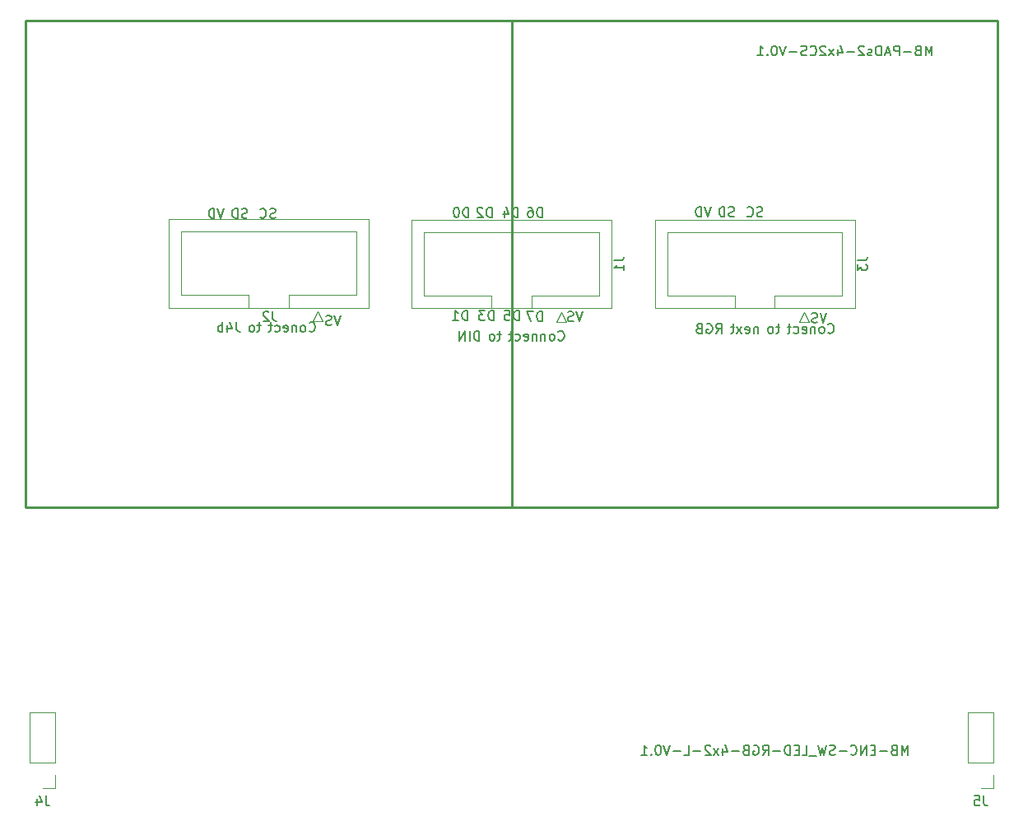
<source format=gbr>
G04 #@! TF.GenerationSoftware,KiCad,Pcbnew,(7.0.0)*
G04 #@! TF.CreationDate,2023-05-19T01:57:06+02:00*
G04 #@! TF.ProjectId,Pad,5061642e-6b69-4636-9164-5f7063625858,rev?*
G04 #@! TF.SameCoordinates,Original*
G04 #@! TF.FileFunction,Legend,Bot*
G04 #@! TF.FilePolarity,Positive*
%FSLAX46Y46*%
G04 Gerber Fmt 4.6, Leading zero omitted, Abs format (unit mm)*
G04 Created by KiCad (PCBNEW (7.0.0)) date 2023-05-19 01:57:06*
%MOMM*%
%LPD*%
G01*
G04 APERTURE LIST*
%ADD10C,0.150000*%
%ADD11C,0.120000*%
%ADD12C,0.254000*%
G04 APERTURE END LIST*
D10*
X151790475Y-262467380D02*
X151790475Y-261467380D01*
X151790475Y-261467380D02*
X151457142Y-262181666D01*
X151457142Y-262181666D02*
X151123809Y-261467380D01*
X151123809Y-261467380D02*
X151123809Y-262467380D01*
X150314285Y-261943571D02*
X150171428Y-261991190D01*
X150171428Y-261991190D02*
X150123809Y-262038809D01*
X150123809Y-262038809D02*
X150076190Y-262134047D01*
X150076190Y-262134047D02*
X150076190Y-262276904D01*
X150076190Y-262276904D02*
X150123809Y-262372142D01*
X150123809Y-262372142D02*
X150171428Y-262419761D01*
X150171428Y-262419761D02*
X150266666Y-262467380D01*
X150266666Y-262467380D02*
X150647618Y-262467380D01*
X150647618Y-262467380D02*
X150647618Y-261467380D01*
X150647618Y-261467380D02*
X150314285Y-261467380D01*
X150314285Y-261467380D02*
X150219047Y-261515000D01*
X150219047Y-261515000D02*
X150171428Y-261562619D01*
X150171428Y-261562619D02*
X150123809Y-261657857D01*
X150123809Y-261657857D02*
X150123809Y-261753095D01*
X150123809Y-261753095D02*
X150171428Y-261848333D01*
X150171428Y-261848333D02*
X150219047Y-261895952D01*
X150219047Y-261895952D02*
X150314285Y-261943571D01*
X150314285Y-261943571D02*
X150647618Y-261943571D01*
X149647618Y-262086428D02*
X148885714Y-262086428D01*
X148409523Y-261943571D02*
X148076190Y-261943571D01*
X147933333Y-262467380D02*
X148409523Y-262467380D01*
X148409523Y-262467380D02*
X148409523Y-261467380D01*
X148409523Y-261467380D02*
X147933333Y-261467380D01*
X147504761Y-262467380D02*
X147504761Y-261467380D01*
X147504761Y-261467380D02*
X146933333Y-262467380D01*
X146933333Y-262467380D02*
X146933333Y-261467380D01*
X145885714Y-262372142D02*
X145933333Y-262419761D01*
X145933333Y-262419761D02*
X146076190Y-262467380D01*
X146076190Y-262467380D02*
X146171428Y-262467380D01*
X146171428Y-262467380D02*
X146314285Y-262419761D01*
X146314285Y-262419761D02*
X146409523Y-262324523D01*
X146409523Y-262324523D02*
X146457142Y-262229285D01*
X146457142Y-262229285D02*
X146504761Y-262038809D01*
X146504761Y-262038809D02*
X146504761Y-261895952D01*
X146504761Y-261895952D02*
X146457142Y-261705476D01*
X146457142Y-261705476D02*
X146409523Y-261610238D01*
X146409523Y-261610238D02*
X146314285Y-261515000D01*
X146314285Y-261515000D02*
X146171428Y-261467380D01*
X146171428Y-261467380D02*
X146076190Y-261467380D01*
X146076190Y-261467380D02*
X145933333Y-261515000D01*
X145933333Y-261515000D02*
X145885714Y-261562619D01*
X145457142Y-262086428D02*
X144695238Y-262086428D01*
X144266666Y-262419761D02*
X144123809Y-262467380D01*
X144123809Y-262467380D02*
X143885714Y-262467380D01*
X143885714Y-262467380D02*
X143790476Y-262419761D01*
X143790476Y-262419761D02*
X143742857Y-262372142D01*
X143742857Y-262372142D02*
X143695238Y-262276904D01*
X143695238Y-262276904D02*
X143695238Y-262181666D01*
X143695238Y-262181666D02*
X143742857Y-262086428D01*
X143742857Y-262086428D02*
X143790476Y-262038809D01*
X143790476Y-262038809D02*
X143885714Y-261991190D01*
X143885714Y-261991190D02*
X144076190Y-261943571D01*
X144076190Y-261943571D02*
X144171428Y-261895952D01*
X144171428Y-261895952D02*
X144219047Y-261848333D01*
X144219047Y-261848333D02*
X144266666Y-261753095D01*
X144266666Y-261753095D02*
X144266666Y-261657857D01*
X144266666Y-261657857D02*
X144219047Y-261562619D01*
X144219047Y-261562619D02*
X144171428Y-261515000D01*
X144171428Y-261515000D02*
X144076190Y-261467380D01*
X144076190Y-261467380D02*
X143838095Y-261467380D01*
X143838095Y-261467380D02*
X143695238Y-261515000D01*
X143361904Y-261467380D02*
X143123809Y-262467380D01*
X143123809Y-262467380D02*
X142933333Y-261753095D01*
X142933333Y-261753095D02*
X142742857Y-262467380D01*
X142742857Y-262467380D02*
X142504762Y-261467380D01*
X142361905Y-262562619D02*
X141600000Y-262562619D01*
X140885714Y-262467380D02*
X141361904Y-262467380D01*
X141361904Y-262467380D02*
X141361904Y-261467380D01*
X140552380Y-261943571D02*
X140219047Y-261943571D01*
X140076190Y-262467380D02*
X140552380Y-262467380D01*
X140552380Y-262467380D02*
X140552380Y-261467380D01*
X140552380Y-261467380D02*
X140076190Y-261467380D01*
X139647618Y-262467380D02*
X139647618Y-261467380D01*
X139647618Y-261467380D02*
X139409523Y-261467380D01*
X139409523Y-261467380D02*
X139266666Y-261515000D01*
X139266666Y-261515000D02*
X139171428Y-261610238D01*
X139171428Y-261610238D02*
X139123809Y-261705476D01*
X139123809Y-261705476D02*
X139076190Y-261895952D01*
X139076190Y-261895952D02*
X139076190Y-262038809D01*
X139076190Y-262038809D02*
X139123809Y-262229285D01*
X139123809Y-262229285D02*
X139171428Y-262324523D01*
X139171428Y-262324523D02*
X139266666Y-262419761D01*
X139266666Y-262419761D02*
X139409523Y-262467380D01*
X139409523Y-262467380D02*
X139647618Y-262467380D01*
X138647618Y-262086428D02*
X137885714Y-262086428D01*
X136838095Y-262467380D02*
X137171428Y-261991190D01*
X137409523Y-262467380D02*
X137409523Y-261467380D01*
X137409523Y-261467380D02*
X137028571Y-261467380D01*
X137028571Y-261467380D02*
X136933333Y-261515000D01*
X136933333Y-261515000D02*
X136885714Y-261562619D01*
X136885714Y-261562619D02*
X136838095Y-261657857D01*
X136838095Y-261657857D02*
X136838095Y-261800714D01*
X136838095Y-261800714D02*
X136885714Y-261895952D01*
X136885714Y-261895952D02*
X136933333Y-261943571D01*
X136933333Y-261943571D02*
X137028571Y-261991190D01*
X137028571Y-261991190D02*
X137409523Y-261991190D01*
X135885714Y-261515000D02*
X135980952Y-261467380D01*
X135980952Y-261467380D02*
X136123809Y-261467380D01*
X136123809Y-261467380D02*
X136266666Y-261515000D01*
X136266666Y-261515000D02*
X136361904Y-261610238D01*
X136361904Y-261610238D02*
X136409523Y-261705476D01*
X136409523Y-261705476D02*
X136457142Y-261895952D01*
X136457142Y-261895952D02*
X136457142Y-262038809D01*
X136457142Y-262038809D02*
X136409523Y-262229285D01*
X136409523Y-262229285D02*
X136361904Y-262324523D01*
X136361904Y-262324523D02*
X136266666Y-262419761D01*
X136266666Y-262419761D02*
X136123809Y-262467380D01*
X136123809Y-262467380D02*
X136028571Y-262467380D01*
X136028571Y-262467380D02*
X135885714Y-262419761D01*
X135885714Y-262419761D02*
X135838095Y-262372142D01*
X135838095Y-262372142D02*
X135838095Y-262038809D01*
X135838095Y-262038809D02*
X136028571Y-262038809D01*
X135076190Y-261943571D02*
X134933333Y-261991190D01*
X134933333Y-261991190D02*
X134885714Y-262038809D01*
X134885714Y-262038809D02*
X134838095Y-262134047D01*
X134838095Y-262134047D02*
X134838095Y-262276904D01*
X134838095Y-262276904D02*
X134885714Y-262372142D01*
X134885714Y-262372142D02*
X134933333Y-262419761D01*
X134933333Y-262419761D02*
X135028571Y-262467380D01*
X135028571Y-262467380D02*
X135409523Y-262467380D01*
X135409523Y-262467380D02*
X135409523Y-261467380D01*
X135409523Y-261467380D02*
X135076190Y-261467380D01*
X135076190Y-261467380D02*
X134980952Y-261515000D01*
X134980952Y-261515000D02*
X134933333Y-261562619D01*
X134933333Y-261562619D02*
X134885714Y-261657857D01*
X134885714Y-261657857D02*
X134885714Y-261753095D01*
X134885714Y-261753095D02*
X134933333Y-261848333D01*
X134933333Y-261848333D02*
X134980952Y-261895952D01*
X134980952Y-261895952D02*
X135076190Y-261943571D01*
X135076190Y-261943571D02*
X135409523Y-261943571D01*
X134409523Y-262086428D02*
X133647619Y-262086428D01*
X132742857Y-261800714D02*
X132742857Y-262467380D01*
X132980952Y-261419761D02*
X133219047Y-262134047D01*
X133219047Y-262134047D02*
X132600000Y-262134047D01*
X132314285Y-262467380D02*
X131790476Y-261800714D01*
X132314285Y-261800714D02*
X131790476Y-262467380D01*
X131457142Y-261562619D02*
X131409523Y-261515000D01*
X131409523Y-261515000D02*
X131314285Y-261467380D01*
X131314285Y-261467380D02*
X131076190Y-261467380D01*
X131076190Y-261467380D02*
X130980952Y-261515000D01*
X130980952Y-261515000D02*
X130933333Y-261562619D01*
X130933333Y-261562619D02*
X130885714Y-261657857D01*
X130885714Y-261657857D02*
X130885714Y-261753095D01*
X130885714Y-261753095D02*
X130933333Y-261895952D01*
X130933333Y-261895952D02*
X131504761Y-262467380D01*
X131504761Y-262467380D02*
X130885714Y-262467380D01*
X130457142Y-262086428D02*
X129695238Y-262086428D01*
X128742857Y-262467380D02*
X129219047Y-262467380D01*
X129219047Y-262467380D02*
X129219047Y-261467380D01*
X128409523Y-262086428D02*
X127647619Y-262086428D01*
X127314285Y-261467380D02*
X126980952Y-262467380D01*
X126980952Y-262467380D02*
X126647619Y-261467380D01*
X126123809Y-261467380D02*
X126028571Y-261467380D01*
X126028571Y-261467380D02*
X125933333Y-261515000D01*
X125933333Y-261515000D02*
X125885714Y-261562619D01*
X125885714Y-261562619D02*
X125838095Y-261657857D01*
X125838095Y-261657857D02*
X125790476Y-261848333D01*
X125790476Y-261848333D02*
X125790476Y-262086428D01*
X125790476Y-262086428D02*
X125838095Y-262276904D01*
X125838095Y-262276904D02*
X125885714Y-262372142D01*
X125885714Y-262372142D02*
X125933333Y-262419761D01*
X125933333Y-262419761D02*
X126028571Y-262467380D01*
X126028571Y-262467380D02*
X126123809Y-262467380D01*
X126123809Y-262467380D02*
X126219047Y-262419761D01*
X126219047Y-262419761D02*
X126266666Y-262372142D01*
X126266666Y-262372142D02*
X126314285Y-262276904D01*
X126314285Y-262276904D02*
X126361904Y-262086428D01*
X126361904Y-262086428D02*
X126361904Y-261848333D01*
X126361904Y-261848333D02*
X126314285Y-261657857D01*
X126314285Y-261657857D02*
X126266666Y-261562619D01*
X126266666Y-261562619D02*
X126219047Y-261515000D01*
X126219047Y-261515000D02*
X126123809Y-261467380D01*
X125361904Y-262372142D02*
X125314285Y-262419761D01*
X125314285Y-262419761D02*
X125361904Y-262467380D01*
X125361904Y-262467380D02*
X125409523Y-262419761D01*
X125409523Y-262419761D02*
X125361904Y-262372142D01*
X125361904Y-262372142D02*
X125361904Y-262467380D01*
X124361905Y-262467380D02*
X124933333Y-262467380D01*
X124647619Y-262467380D02*
X124647619Y-261467380D01*
X124647619Y-261467380D02*
X124742857Y-261610238D01*
X124742857Y-261610238D02*
X124838095Y-261705476D01*
X124838095Y-261705476D02*
X124933333Y-261753095D01*
X114161904Y-207182380D02*
X114161904Y-206182380D01*
X114161904Y-206182380D02*
X113923809Y-206182380D01*
X113923809Y-206182380D02*
X113780952Y-206230000D01*
X113780952Y-206230000D02*
X113685714Y-206325238D01*
X113685714Y-206325238D02*
X113638095Y-206420476D01*
X113638095Y-206420476D02*
X113590476Y-206610952D01*
X113590476Y-206610952D02*
X113590476Y-206753809D01*
X113590476Y-206753809D02*
X113638095Y-206944285D01*
X113638095Y-206944285D02*
X113685714Y-207039523D01*
X113685714Y-207039523D02*
X113780952Y-207134761D01*
X113780952Y-207134761D02*
X113923809Y-207182380D01*
X113923809Y-207182380D02*
X114161904Y-207182380D01*
X112733333Y-206182380D02*
X112923809Y-206182380D01*
X112923809Y-206182380D02*
X113019047Y-206230000D01*
X113019047Y-206230000D02*
X113066666Y-206277619D01*
X113066666Y-206277619D02*
X113161904Y-206420476D01*
X113161904Y-206420476D02*
X113209523Y-206610952D01*
X113209523Y-206610952D02*
X113209523Y-206991904D01*
X113209523Y-206991904D02*
X113161904Y-207087142D01*
X113161904Y-207087142D02*
X113114285Y-207134761D01*
X113114285Y-207134761D02*
X113019047Y-207182380D01*
X113019047Y-207182380D02*
X112828571Y-207182380D01*
X112828571Y-207182380D02*
X112733333Y-207134761D01*
X112733333Y-207134761D02*
X112685714Y-207087142D01*
X112685714Y-207087142D02*
X112638095Y-206991904D01*
X112638095Y-206991904D02*
X112638095Y-206753809D01*
X112638095Y-206753809D02*
X112685714Y-206658571D01*
X112685714Y-206658571D02*
X112733333Y-206610952D01*
X112733333Y-206610952D02*
X112828571Y-206563333D01*
X112828571Y-206563333D02*
X113019047Y-206563333D01*
X113019047Y-206563333D02*
X113114285Y-206610952D01*
X113114285Y-206610952D02*
X113161904Y-206658571D01*
X113161904Y-206658571D02*
X113209523Y-206753809D01*
X118304761Y-216882380D02*
X117971428Y-217882380D01*
X117971428Y-217882380D02*
X117638095Y-216882380D01*
X117352380Y-217834761D02*
X117209523Y-217882380D01*
X117209523Y-217882380D02*
X116971428Y-217882380D01*
X116971428Y-217882380D02*
X116876190Y-217834761D01*
X116876190Y-217834761D02*
X116828571Y-217787142D01*
X116828571Y-217787142D02*
X116780952Y-217691904D01*
X116780952Y-217691904D02*
X116780952Y-217596666D01*
X116780952Y-217596666D02*
X116828571Y-217501428D01*
X116828571Y-217501428D02*
X116876190Y-217453809D01*
X116876190Y-217453809D02*
X116971428Y-217406190D01*
X116971428Y-217406190D02*
X117161904Y-217358571D01*
X117161904Y-217358571D02*
X117257142Y-217310952D01*
X117257142Y-217310952D02*
X117304761Y-217263333D01*
X117304761Y-217263333D02*
X117352380Y-217168095D01*
X117352380Y-217168095D02*
X117352380Y-217072857D01*
X117352380Y-217072857D02*
X117304761Y-216977619D01*
X117304761Y-216977619D02*
X117257142Y-216930000D01*
X117257142Y-216930000D02*
X117161904Y-216882380D01*
X117161904Y-216882380D02*
X116923809Y-216882380D01*
X116923809Y-216882380D02*
X116780952Y-216930000D01*
X111661904Y-207182380D02*
X111661904Y-206182380D01*
X111661904Y-206182380D02*
X111423809Y-206182380D01*
X111423809Y-206182380D02*
X111280952Y-206230000D01*
X111280952Y-206230000D02*
X111185714Y-206325238D01*
X111185714Y-206325238D02*
X111138095Y-206420476D01*
X111138095Y-206420476D02*
X111090476Y-206610952D01*
X111090476Y-206610952D02*
X111090476Y-206753809D01*
X111090476Y-206753809D02*
X111138095Y-206944285D01*
X111138095Y-206944285D02*
X111185714Y-207039523D01*
X111185714Y-207039523D02*
X111280952Y-207134761D01*
X111280952Y-207134761D02*
X111423809Y-207182380D01*
X111423809Y-207182380D02*
X111661904Y-207182380D01*
X110233333Y-206515714D02*
X110233333Y-207182380D01*
X110471428Y-206134761D02*
X110709523Y-206849047D01*
X110709523Y-206849047D02*
X110090476Y-206849047D01*
X81404761Y-206282380D02*
X81071428Y-207282380D01*
X81071428Y-207282380D02*
X80738095Y-206282380D01*
X80404761Y-207282380D02*
X80404761Y-206282380D01*
X80404761Y-206282380D02*
X80166666Y-206282380D01*
X80166666Y-206282380D02*
X80023809Y-206330000D01*
X80023809Y-206330000D02*
X79928571Y-206425238D01*
X79928571Y-206425238D02*
X79880952Y-206520476D01*
X79880952Y-206520476D02*
X79833333Y-206710952D01*
X79833333Y-206710952D02*
X79833333Y-206853809D01*
X79833333Y-206853809D02*
X79880952Y-207044285D01*
X79880952Y-207044285D02*
X79928571Y-207139523D01*
X79928571Y-207139523D02*
X80023809Y-207234761D01*
X80023809Y-207234761D02*
X80166666Y-207282380D01*
X80166666Y-207282380D02*
X80404761Y-207282380D01*
X106561904Y-207182380D02*
X106561904Y-206182380D01*
X106561904Y-206182380D02*
X106323809Y-206182380D01*
X106323809Y-206182380D02*
X106180952Y-206230000D01*
X106180952Y-206230000D02*
X106085714Y-206325238D01*
X106085714Y-206325238D02*
X106038095Y-206420476D01*
X106038095Y-206420476D02*
X105990476Y-206610952D01*
X105990476Y-206610952D02*
X105990476Y-206753809D01*
X105990476Y-206753809D02*
X106038095Y-206944285D01*
X106038095Y-206944285D02*
X106085714Y-207039523D01*
X106085714Y-207039523D02*
X106180952Y-207134761D01*
X106180952Y-207134761D02*
X106323809Y-207182380D01*
X106323809Y-207182380D02*
X106561904Y-207182380D01*
X105371428Y-206182380D02*
X105276190Y-206182380D01*
X105276190Y-206182380D02*
X105180952Y-206230000D01*
X105180952Y-206230000D02*
X105133333Y-206277619D01*
X105133333Y-206277619D02*
X105085714Y-206372857D01*
X105085714Y-206372857D02*
X105038095Y-206563333D01*
X105038095Y-206563333D02*
X105038095Y-206801428D01*
X105038095Y-206801428D02*
X105085714Y-206991904D01*
X105085714Y-206991904D02*
X105133333Y-207087142D01*
X105133333Y-207087142D02*
X105180952Y-207134761D01*
X105180952Y-207134761D02*
X105276190Y-207182380D01*
X105276190Y-207182380D02*
X105371428Y-207182380D01*
X105371428Y-207182380D02*
X105466666Y-207134761D01*
X105466666Y-207134761D02*
X105514285Y-207087142D01*
X105514285Y-207087142D02*
X105561904Y-206991904D01*
X105561904Y-206991904D02*
X105609523Y-206801428D01*
X105609523Y-206801428D02*
X105609523Y-206563333D01*
X105609523Y-206563333D02*
X105561904Y-206372857D01*
X105561904Y-206372857D02*
X105514285Y-206277619D01*
X105514285Y-206277619D02*
X105466666Y-206230000D01*
X105466666Y-206230000D02*
X105371428Y-206182380D01*
X143404761Y-217034880D02*
X143071428Y-218034880D01*
X143071428Y-218034880D02*
X142738095Y-217034880D01*
X142452380Y-217987261D02*
X142309523Y-218034880D01*
X142309523Y-218034880D02*
X142071428Y-218034880D01*
X142071428Y-218034880D02*
X141976190Y-217987261D01*
X141976190Y-217987261D02*
X141928571Y-217939642D01*
X141928571Y-217939642D02*
X141880952Y-217844404D01*
X141880952Y-217844404D02*
X141880952Y-217749166D01*
X141880952Y-217749166D02*
X141928571Y-217653928D01*
X141928571Y-217653928D02*
X141976190Y-217606309D01*
X141976190Y-217606309D02*
X142071428Y-217558690D01*
X142071428Y-217558690D02*
X142261904Y-217511071D01*
X142261904Y-217511071D02*
X142357142Y-217463452D01*
X142357142Y-217463452D02*
X142404761Y-217415833D01*
X142404761Y-217415833D02*
X142452380Y-217320595D01*
X142452380Y-217320595D02*
X142452380Y-217225357D01*
X142452380Y-217225357D02*
X142404761Y-217130119D01*
X142404761Y-217130119D02*
X142357142Y-217082500D01*
X142357142Y-217082500D02*
X142261904Y-217034880D01*
X142261904Y-217034880D02*
X142023809Y-217034880D01*
X142023809Y-217034880D02*
X141880952Y-217082500D01*
X106461904Y-217782380D02*
X106461904Y-216782380D01*
X106461904Y-216782380D02*
X106223809Y-216782380D01*
X106223809Y-216782380D02*
X106080952Y-216830000D01*
X106080952Y-216830000D02*
X105985714Y-216925238D01*
X105985714Y-216925238D02*
X105938095Y-217020476D01*
X105938095Y-217020476D02*
X105890476Y-217210952D01*
X105890476Y-217210952D02*
X105890476Y-217353809D01*
X105890476Y-217353809D02*
X105938095Y-217544285D01*
X105938095Y-217544285D02*
X105985714Y-217639523D01*
X105985714Y-217639523D02*
X106080952Y-217734761D01*
X106080952Y-217734761D02*
X106223809Y-217782380D01*
X106223809Y-217782380D02*
X106461904Y-217782380D01*
X104938095Y-217782380D02*
X105509523Y-217782380D01*
X105223809Y-217782380D02*
X105223809Y-216782380D01*
X105223809Y-216782380D02*
X105319047Y-216925238D01*
X105319047Y-216925238D02*
X105414285Y-217020476D01*
X105414285Y-217020476D02*
X105509523Y-217068095D01*
X108961904Y-207182380D02*
X108961904Y-206182380D01*
X108961904Y-206182380D02*
X108723809Y-206182380D01*
X108723809Y-206182380D02*
X108580952Y-206230000D01*
X108580952Y-206230000D02*
X108485714Y-206325238D01*
X108485714Y-206325238D02*
X108438095Y-206420476D01*
X108438095Y-206420476D02*
X108390476Y-206610952D01*
X108390476Y-206610952D02*
X108390476Y-206753809D01*
X108390476Y-206753809D02*
X108438095Y-206944285D01*
X108438095Y-206944285D02*
X108485714Y-207039523D01*
X108485714Y-207039523D02*
X108580952Y-207134761D01*
X108580952Y-207134761D02*
X108723809Y-207182380D01*
X108723809Y-207182380D02*
X108961904Y-207182380D01*
X108009523Y-206277619D02*
X107961904Y-206230000D01*
X107961904Y-206230000D02*
X107866666Y-206182380D01*
X107866666Y-206182380D02*
X107628571Y-206182380D01*
X107628571Y-206182380D02*
X107533333Y-206230000D01*
X107533333Y-206230000D02*
X107485714Y-206277619D01*
X107485714Y-206277619D02*
X107438095Y-206372857D01*
X107438095Y-206372857D02*
X107438095Y-206468095D01*
X107438095Y-206468095D02*
X107485714Y-206610952D01*
X107485714Y-206610952D02*
X108057142Y-207182380D01*
X108057142Y-207182380D02*
X107438095Y-207182380D01*
X86709523Y-207234761D02*
X86566666Y-207282380D01*
X86566666Y-207282380D02*
X86328571Y-207282380D01*
X86328571Y-207282380D02*
X86233333Y-207234761D01*
X86233333Y-207234761D02*
X86185714Y-207187142D01*
X86185714Y-207187142D02*
X86138095Y-207091904D01*
X86138095Y-207091904D02*
X86138095Y-206996666D01*
X86138095Y-206996666D02*
X86185714Y-206901428D01*
X86185714Y-206901428D02*
X86233333Y-206853809D01*
X86233333Y-206853809D02*
X86328571Y-206806190D01*
X86328571Y-206806190D02*
X86519047Y-206758571D01*
X86519047Y-206758571D02*
X86614285Y-206710952D01*
X86614285Y-206710952D02*
X86661904Y-206663333D01*
X86661904Y-206663333D02*
X86709523Y-206568095D01*
X86709523Y-206568095D02*
X86709523Y-206472857D01*
X86709523Y-206472857D02*
X86661904Y-206377619D01*
X86661904Y-206377619D02*
X86614285Y-206330000D01*
X86614285Y-206330000D02*
X86519047Y-206282380D01*
X86519047Y-206282380D02*
X86280952Y-206282380D01*
X86280952Y-206282380D02*
X86138095Y-206330000D01*
X85138095Y-207187142D02*
X85185714Y-207234761D01*
X85185714Y-207234761D02*
X85328571Y-207282380D01*
X85328571Y-207282380D02*
X85423809Y-207282380D01*
X85423809Y-207282380D02*
X85566666Y-207234761D01*
X85566666Y-207234761D02*
X85661904Y-207139523D01*
X85661904Y-207139523D02*
X85709523Y-207044285D01*
X85709523Y-207044285D02*
X85757142Y-206853809D01*
X85757142Y-206853809D02*
X85757142Y-206710952D01*
X85757142Y-206710952D02*
X85709523Y-206520476D01*
X85709523Y-206520476D02*
X85661904Y-206425238D01*
X85661904Y-206425238D02*
X85566666Y-206330000D01*
X85566666Y-206330000D02*
X85423809Y-206282380D01*
X85423809Y-206282380D02*
X85328571Y-206282380D01*
X85328571Y-206282380D02*
X85185714Y-206330000D01*
X85185714Y-206330000D02*
X85138095Y-206377619D01*
X109161904Y-217782380D02*
X109161904Y-216782380D01*
X109161904Y-216782380D02*
X108923809Y-216782380D01*
X108923809Y-216782380D02*
X108780952Y-216830000D01*
X108780952Y-216830000D02*
X108685714Y-216925238D01*
X108685714Y-216925238D02*
X108638095Y-217020476D01*
X108638095Y-217020476D02*
X108590476Y-217210952D01*
X108590476Y-217210952D02*
X108590476Y-217353809D01*
X108590476Y-217353809D02*
X108638095Y-217544285D01*
X108638095Y-217544285D02*
X108685714Y-217639523D01*
X108685714Y-217639523D02*
X108780952Y-217734761D01*
X108780952Y-217734761D02*
X108923809Y-217782380D01*
X108923809Y-217782380D02*
X109161904Y-217782380D01*
X108257142Y-216782380D02*
X107638095Y-216782380D01*
X107638095Y-216782380D02*
X107971428Y-217163333D01*
X107971428Y-217163333D02*
X107828571Y-217163333D01*
X107828571Y-217163333D02*
X107733333Y-217210952D01*
X107733333Y-217210952D02*
X107685714Y-217258571D01*
X107685714Y-217258571D02*
X107638095Y-217353809D01*
X107638095Y-217353809D02*
X107638095Y-217591904D01*
X107638095Y-217591904D02*
X107685714Y-217687142D01*
X107685714Y-217687142D02*
X107733333Y-217734761D01*
X107733333Y-217734761D02*
X107828571Y-217782380D01*
X107828571Y-217782380D02*
X108114285Y-217782380D01*
X108114285Y-217782380D02*
X108209523Y-217734761D01*
X108209523Y-217734761D02*
X108257142Y-217687142D01*
X154252380Y-190567380D02*
X154252380Y-189567380D01*
X154252380Y-189567380D02*
X153919047Y-190281666D01*
X153919047Y-190281666D02*
X153585714Y-189567380D01*
X153585714Y-189567380D02*
X153585714Y-190567380D01*
X152776190Y-190043571D02*
X152633333Y-190091190D01*
X152633333Y-190091190D02*
X152585714Y-190138809D01*
X152585714Y-190138809D02*
X152538095Y-190234047D01*
X152538095Y-190234047D02*
X152538095Y-190376904D01*
X152538095Y-190376904D02*
X152585714Y-190472142D01*
X152585714Y-190472142D02*
X152633333Y-190519761D01*
X152633333Y-190519761D02*
X152728571Y-190567380D01*
X152728571Y-190567380D02*
X153109523Y-190567380D01*
X153109523Y-190567380D02*
X153109523Y-189567380D01*
X153109523Y-189567380D02*
X152776190Y-189567380D01*
X152776190Y-189567380D02*
X152680952Y-189615000D01*
X152680952Y-189615000D02*
X152633333Y-189662619D01*
X152633333Y-189662619D02*
X152585714Y-189757857D01*
X152585714Y-189757857D02*
X152585714Y-189853095D01*
X152585714Y-189853095D02*
X152633333Y-189948333D01*
X152633333Y-189948333D02*
X152680952Y-189995952D01*
X152680952Y-189995952D02*
X152776190Y-190043571D01*
X152776190Y-190043571D02*
X153109523Y-190043571D01*
X152109523Y-190186428D02*
X151347619Y-190186428D01*
X150871428Y-190567380D02*
X150871428Y-189567380D01*
X150871428Y-189567380D02*
X150490476Y-189567380D01*
X150490476Y-189567380D02*
X150395238Y-189615000D01*
X150395238Y-189615000D02*
X150347619Y-189662619D01*
X150347619Y-189662619D02*
X150300000Y-189757857D01*
X150300000Y-189757857D02*
X150300000Y-189900714D01*
X150300000Y-189900714D02*
X150347619Y-189995952D01*
X150347619Y-189995952D02*
X150395238Y-190043571D01*
X150395238Y-190043571D02*
X150490476Y-190091190D01*
X150490476Y-190091190D02*
X150871428Y-190091190D01*
X149919047Y-190281666D02*
X149442857Y-190281666D01*
X150014285Y-190567380D02*
X149680952Y-189567380D01*
X149680952Y-189567380D02*
X149347619Y-190567380D01*
X149014285Y-190567380D02*
X149014285Y-189567380D01*
X149014285Y-189567380D02*
X148776190Y-189567380D01*
X148776190Y-189567380D02*
X148633333Y-189615000D01*
X148633333Y-189615000D02*
X148538095Y-189710238D01*
X148538095Y-189710238D02*
X148490476Y-189805476D01*
X148490476Y-189805476D02*
X148442857Y-189995952D01*
X148442857Y-189995952D02*
X148442857Y-190138809D01*
X148442857Y-190138809D02*
X148490476Y-190329285D01*
X148490476Y-190329285D02*
X148538095Y-190424523D01*
X148538095Y-190424523D02*
X148633333Y-190519761D01*
X148633333Y-190519761D02*
X148776190Y-190567380D01*
X148776190Y-190567380D02*
X149014285Y-190567380D01*
X148061904Y-190519761D02*
X147966666Y-190567380D01*
X147966666Y-190567380D02*
X147776190Y-190567380D01*
X147776190Y-190567380D02*
X147680952Y-190519761D01*
X147680952Y-190519761D02*
X147633333Y-190424523D01*
X147633333Y-190424523D02*
X147633333Y-190376904D01*
X147633333Y-190376904D02*
X147680952Y-190281666D01*
X147680952Y-190281666D02*
X147776190Y-190234047D01*
X147776190Y-190234047D02*
X147919047Y-190234047D01*
X147919047Y-190234047D02*
X148014285Y-190186428D01*
X148014285Y-190186428D02*
X148061904Y-190091190D01*
X148061904Y-190091190D02*
X148061904Y-190043571D01*
X148061904Y-190043571D02*
X148014285Y-189948333D01*
X148014285Y-189948333D02*
X147919047Y-189900714D01*
X147919047Y-189900714D02*
X147776190Y-189900714D01*
X147776190Y-189900714D02*
X147680952Y-189948333D01*
X147252380Y-189662619D02*
X147204761Y-189615000D01*
X147204761Y-189615000D02*
X147109523Y-189567380D01*
X147109523Y-189567380D02*
X146871428Y-189567380D01*
X146871428Y-189567380D02*
X146776190Y-189615000D01*
X146776190Y-189615000D02*
X146728571Y-189662619D01*
X146728571Y-189662619D02*
X146680952Y-189757857D01*
X146680952Y-189757857D02*
X146680952Y-189853095D01*
X146680952Y-189853095D02*
X146728571Y-189995952D01*
X146728571Y-189995952D02*
X147299999Y-190567380D01*
X147299999Y-190567380D02*
X146680952Y-190567380D01*
X146252380Y-190186428D02*
X145490476Y-190186428D01*
X144585714Y-189900714D02*
X144585714Y-190567380D01*
X144823809Y-189519761D02*
X145061904Y-190234047D01*
X145061904Y-190234047D02*
X144442857Y-190234047D01*
X144157142Y-190567380D02*
X143633333Y-189900714D01*
X144157142Y-189900714D02*
X143633333Y-190567380D01*
X143299999Y-189662619D02*
X143252380Y-189615000D01*
X143252380Y-189615000D02*
X143157142Y-189567380D01*
X143157142Y-189567380D02*
X142919047Y-189567380D01*
X142919047Y-189567380D02*
X142823809Y-189615000D01*
X142823809Y-189615000D02*
X142776190Y-189662619D01*
X142776190Y-189662619D02*
X142728571Y-189757857D01*
X142728571Y-189757857D02*
X142728571Y-189853095D01*
X142728571Y-189853095D02*
X142776190Y-189995952D01*
X142776190Y-189995952D02*
X143347618Y-190567380D01*
X143347618Y-190567380D02*
X142728571Y-190567380D01*
X141728571Y-190472142D02*
X141776190Y-190519761D01*
X141776190Y-190519761D02*
X141919047Y-190567380D01*
X141919047Y-190567380D02*
X142014285Y-190567380D01*
X142014285Y-190567380D02*
X142157142Y-190519761D01*
X142157142Y-190519761D02*
X142252380Y-190424523D01*
X142252380Y-190424523D02*
X142299999Y-190329285D01*
X142299999Y-190329285D02*
X142347618Y-190138809D01*
X142347618Y-190138809D02*
X142347618Y-189995952D01*
X142347618Y-189995952D02*
X142299999Y-189805476D01*
X142299999Y-189805476D02*
X142252380Y-189710238D01*
X142252380Y-189710238D02*
X142157142Y-189615000D01*
X142157142Y-189615000D02*
X142014285Y-189567380D01*
X142014285Y-189567380D02*
X141919047Y-189567380D01*
X141919047Y-189567380D02*
X141776190Y-189615000D01*
X141776190Y-189615000D02*
X141728571Y-189662619D01*
X141347618Y-190519761D02*
X141204761Y-190567380D01*
X141204761Y-190567380D02*
X140966666Y-190567380D01*
X140966666Y-190567380D02*
X140871428Y-190519761D01*
X140871428Y-190519761D02*
X140823809Y-190472142D01*
X140823809Y-190472142D02*
X140776190Y-190376904D01*
X140776190Y-190376904D02*
X140776190Y-190281666D01*
X140776190Y-190281666D02*
X140823809Y-190186428D01*
X140823809Y-190186428D02*
X140871428Y-190138809D01*
X140871428Y-190138809D02*
X140966666Y-190091190D01*
X140966666Y-190091190D02*
X141157142Y-190043571D01*
X141157142Y-190043571D02*
X141252380Y-189995952D01*
X141252380Y-189995952D02*
X141299999Y-189948333D01*
X141299999Y-189948333D02*
X141347618Y-189853095D01*
X141347618Y-189853095D02*
X141347618Y-189757857D01*
X141347618Y-189757857D02*
X141299999Y-189662619D01*
X141299999Y-189662619D02*
X141252380Y-189615000D01*
X141252380Y-189615000D02*
X141157142Y-189567380D01*
X141157142Y-189567380D02*
X140919047Y-189567380D01*
X140919047Y-189567380D02*
X140776190Y-189615000D01*
X140347618Y-190186428D02*
X139585714Y-190186428D01*
X139252380Y-189567380D02*
X138919047Y-190567380D01*
X138919047Y-190567380D02*
X138585714Y-189567380D01*
X138061904Y-189567380D02*
X137966666Y-189567380D01*
X137966666Y-189567380D02*
X137871428Y-189615000D01*
X137871428Y-189615000D02*
X137823809Y-189662619D01*
X137823809Y-189662619D02*
X137776190Y-189757857D01*
X137776190Y-189757857D02*
X137728571Y-189948333D01*
X137728571Y-189948333D02*
X137728571Y-190186428D01*
X137728571Y-190186428D02*
X137776190Y-190376904D01*
X137776190Y-190376904D02*
X137823809Y-190472142D01*
X137823809Y-190472142D02*
X137871428Y-190519761D01*
X137871428Y-190519761D02*
X137966666Y-190567380D01*
X137966666Y-190567380D02*
X138061904Y-190567380D01*
X138061904Y-190567380D02*
X138157142Y-190519761D01*
X138157142Y-190519761D02*
X138204761Y-190472142D01*
X138204761Y-190472142D02*
X138252380Y-190376904D01*
X138252380Y-190376904D02*
X138299999Y-190186428D01*
X138299999Y-190186428D02*
X138299999Y-189948333D01*
X138299999Y-189948333D02*
X138252380Y-189757857D01*
X138252380Y-189757857D02*
X138204761Y-189662619D01*
X138204761Y-189662619D02*
X138157142Y-189615000D01*
X138157142Y-189615000D02*
X138061904Y-189567380D01*
X137299999Y-190472142D02*
X137252380Y-190519761D01*
X137252380Y-190519761D02*
X137299999Y-190567380D01*
X137299999Y-190567380D02*
X137347618Y-190519761D01*
X137347618Y-190519761D02*
X137299999Y-190472142D01*
X137299999Y-190472142D02*
X137299999Y-190567380D01*
X136300000Y-190567380D02*
X136871428Y-190567380D01*
X136585714Y-190567380D02*
X136585714Y-189567380D01*
X136585714Y-189567380D02*
X136680952Y-189710238D01*
X136680952Y-189710238D02*
X136776190Y-189805476D01*
X136776190Y-189805476D02*
X136871428Y-189853095D01*
X136809523Y-207087261D02*
X136666666Y-207134880D01*
X136666666Y-207134880D02*
X136428571Y-207134880D01*
X136428571Y-207134880D02*
X136333333Y-207087261D01*
X136333333Y-207087261D02*
X136285714Y-207039642D01*
X136285714Y-207039642D02*
X136238095Y-206944404D01*
X136238095Y-206944404D02*
X136238095Y-206849166D01*
X136238095Y-206849166D02*
X136285714Y-206753928D01*
X136285714Y-206753928D02*
X136333333Y-206706309D01*
X136333333Y-206706309D02*
X136428571Y-206658690D01*
X136428571Y-206658690D02*
X136619047Y-206611071D01*
X136619047Y-206611071D02*
X136714285Y-206563452D01*
X136714285Y-206563452D02*
X136761904Y-206515833D01*
X136761904Y-206515833D02*
X136809523Y-206420595D01*
X136809523Y-206420595D02*
X136809523Y-206325357D01*
X136809523Y-206325357D02*
X136761904Y-206230119D01*
X136761904Y-206230119D02*
X136714285Y-206182500D01*
X136714285Y-206182500D02*
X136619047Y-206134880D01*
X136619047Y-206134880D02*
X136380952Y-206134880D01*
X136380952Y-206134880D02*
X136238095Y-206182500D01*
X135238095Y-207039642D02*
X135285714Y-207087261D01*
X135285714Y-207087261D02*
X135428571Y-207134880D01*
X135428571Y-207134880D02*
X135523809Y-207134880D01*
X135523809Y-207134880D02*
X135666666Y-207087261D01*
X135666666Y-207087261D02*
X135761904Y-206992023D01*
X135761904Y-206992023D02*
X135809523Y-206896785D01*
X135809523Y-206896785D02*
X135857142Y-206706309D01*
X135857142Y-206706309D02*
X135857142Y-206563452D01*
X135857142Y-206563452D02*
X135809523Y-206372976D01*
X135809523Y-206372976D02*
X135761904Y-206277738D01*
X135761904Y-206277738D02*
X135666666Y-206182500D01*
X135666666Y-206182500D02*
X135523809Y-206134880D01*
X135523809Y-206134880D02*
X135428571Y-206134880D01*
X135428571Y-206134880D02*
X135285714Y-206182500D01*
X135285714Y-206182500D02*
X135238095Y-206230119D01*
X131504761Y-206134880D02*
X131171428Y-207134880D01*
X131171428Y-207134880D02*
X130838095Y-206134880D01*
X130504761Y-207134880D02*
X130504761Y-206134880D01*
X130504761Y-206134880D02*
X130266666Y-206134880D01*
X130266666Y-206134880D02*
X130123809Y-206182500D01*
X130123809Y-206182500D02*
X130028571Y-206277738D01*
X130028571Y-206277738D02*
X129980952Y-206372976D01*
X129980952Y-206372976D02*
X129933333Y-206563452D01*
X129933333Y-206563452D02*
X129933333Y-206706309D01*
X129933333Y-206706309D02*
X129980952Y-206896785D01*
X129980952Y-206896785D02*
X130028571Y-206992023D01*
X130028571Y-206992023D02*
X130123809Y-207087261D01*
X130123809Y-207087261D02*
X130266666Y-207134880D01*
X130266666Y-207134880D02*
X130504761Y-207134880D01*
X111761904Y-217782380D02*
X111761904Y-216782380D01*
X111761904Y-216782380D02*
X111523809Y-216782380D01*
X111523809Y-216782380D02*
X111380952Y-216830000D01*
X111380952Y-216830000D02*
X111285714Y-216925238D01*
X111285714Y-216925238D02*
X111238095Y-217020476D01*
X111238095Y-217020476D02*
X111190476Y-217210952D01*
X111190476Y-217210952D02*
X111190476Y-217353809D01*
X111190476Y-217353809D02*
X111238095Y-217544285D01*
X111238095Y-217544285D02*
X111285714Y-217639523D01*
X111285714Y-217639523D02*
X111380952Y-217734761D01*
X111380952Y-217734761D02*
X111523809Y-217782380D01*
X111523809Y-217782380D02*
X111761904Y-217782380D01*
X110285714Y-216782380D02*
X110761904Y-216782380D01*
X110761904Y-216782380D02*
X110809523Y-217258571D01*
X110809523Y-217258571D02*
X110761904Y-217210952D01*
X110761904Y-217210952D02*
X110666666Y-217163333D01*
X110666666Y-217163333D02*
X110428571Y-217163333D01*
X110428571Y-217163333D02*
X110333333Y-217210952D01*
X110333333Y-217210952D02*
X110285714Y-217258571D01*
X110285714Y-217258571D02*
X110238095Y-217353809D01*
X110238095Y-217353809D02*
X110238095Y-217591904D01*
X110238095Y-217591904D02*
X110285714Y-217687142D01*
X110285714Y-217687142D02*
X110333333Y-217734761D01*
X110333333Y-217734761D02*
X110428571Y-217782380D01*
X110428571Y-217782380D02*
X110666666Y-217782380D01*
X110666666Y-217782380D02*
X110761904Y-217734761D01*
X110761904Y-217734761D02*
X110809523Y-217687142D01*
X114161904Y-217882380D02*
X114161904Y-216882380D01*
X114161904Y-216882380D02*
X113923809Y-216882380D01*
X113923809Y-216882380D02*
X113780952Y-216930000D01*
X113780952Y-216930000D02*
X113685714Y-217025238D01*
X113685714Y-217025238D02*
X113638095Y-217120476D01*
X113638095Y-217120476D02*
X113590476Y-217310952D01*
X113590476Y-217310952D02*
X113590476Y-217453809D01*
X113590476Y-217453809D02*
X113638095Y-217644285D01*
X113638095Y-217644285D02*
X113685714Y-217739523D01*
X113685714Y-217739523D02*
X113780952Y-217834761D01*
X113780952Y-217834761D02*
X113923809Y-217882380D01*
X113923809Y-217882380D02*
X114161904Y-217882380D01*
X113257142Y-216882380D02*
X112590476Y-216882380D01*
X112590476Y-216882380D02*
X113019047Y-217882380D01*
X93404761Y-217282380D02*
X93071428Y-218282380D01*
X93071428Y-218282380D02*
X92738095Y-217282380D01*
X92452380Y-218234761D02*
X92309523Y-218282380D01*
X92309523Y-218282380D02*
X92071428Y-218282380D01*
X92071428Y-218282380D02*
X91976190Y-218234761D01*
X91976190Y-218234761D02*
X91928571Y-218187142D01*
X91928571Y-218187142D02*
X91880952Y-218091904D01*
X91880952Y-218091904D02*
X91880952Y-217996666D01*
X91880952Y-217996666D02*
X91928571Y-217901428D01*
X91928571Y-217901428D02*
X91976190Y-217853809D01*
X91976190Y-217853809D02*
X92071428Y-217806190D01*
X92071428Y-217806190D02*
X92261904Y-217758571D01*
X92261904Y-217758571D02*
X92357142Y-217710952D01*
X92357142Y-217710952D02*
X92404761Y-217663333D01*
X92404761Y-217663333D02*
X92452380Y-217568095D01*
X92452380Y-217568095D02*
X92452380Y-217472857D01*
X92452380Y-217472857D02*
X92404761Y-217377619D01*
X92404761Y-217377619D02*
X92357142Y-217330000D01*
X92357142Y-217330000D02*
X92261904Y-217282380D01*
X92261904Y-217282380D02*
X92023809Y-217282380D01*
X92023809Y-217282380D02*
X91880952Y-217330000D01*
X83809523Y-207234761D02*
X83666666Y-207282380D01*
X83666666Y-207282380D02*
X83428571Y-207282380D01*
X83428571Y-207282380D02*
X83333333Y-207234761D01*
X83333333Y-207234761D02*
X83285714Y-207187142D01*
X83285714Y-207187142D02*
X83238095Y-207091904D01*
X83238095Y-207091904D02*
X83238095Y-206996666D01*
X83238095Y-206996666D02*
X83285714Y-206901428D01*
X83285714Y-206901428D02*
X83333333Y-206853809D01*
X83333333Y-206853809D02*
X83428571Y-206806190D01*
X83428571Y-206806190D02*
X83619047Y-206758571D01*
X83619047Y-206758571D02*
X83714285Y-206710952D01*
X83714285Y-206710952D02*
X83761904Y-206663333D01*
X83761904Y-206663333D02*
X83809523Y-206568095D01*
X83809523Y-206568095D02*
X83809523Y-206472857D01*
X83809523Y-206472857D02*
X83761904Y-206377619D01*
X83761904Y-206377619D02*
X83714285Y-206330000D01*
X83714285Y-206330000D02*
X83619047Y-206282380D01*
X83619047Y-206282380D02*
X83380952Y-206282380D01*
X83380952Y-206282380D02*
X83238095Y-206330000D01*
X82809523Y-207282380D02*
X82809523Y-206282380D01*
X82809523Y-206282380D02*
X82571428Y-206282380D01*
X82571428Y-206282380D02*
X82428571Y-206330000D01*
X82428571Y-206330000D02*
X82333333Y-206425238D01*
X82333333Y-206425238D02*
X82285714Y-206520476D01*
X82285714Y-206520476D02*
X82238095Y-206710952D01*
X82238095Y-206710952D02*
X82238095Y-206853809D01*
X82238095Y-206853809D02*
X82285714Y-207044285D01*
X82285714Y-207044285D02*
X82333333Y-207139523D01*
X82333333Y-207139523D02*
X82428571Y-207234761D01*
X82428571Y-207234761D02*
X82571428Y-207282380D01*
X82571428Y-207282380D02*
X82809523Y-207282380D01*
X133909523Y-207087261D02*
X133766666Y-207134880D01*
X133766666Y-207134880D02*
X133528571Y-207134880D01*
X133528571Y-207134880D02*
X133433333Y-207087261D01*
X133433333Y-207087261D02*
X133385714Y-207039642D01*
X133385714Y-207039642D02*
X133338095Y-206944404D01*
X133338095Y-206944404D02*
X133338095Y-206849166D01*
X133338095Y-206849166D02*
X133385714Y-206753928D01*
X133385714Y-206753928D02*
X133433333Y-206706309D01*
X133433333Y-206706309D02*
X133528571Y-206658690D01*
X133528571Y-206658690D02*
X133719047Y-206611071D01*
X133719047Y-206611071D02*
X133814285Y-206563452D01*
X133814285Y-206563452D02*
X133861904Y-206515833D01*
X133861904Y-206515833D02*
X133909523Y-206420595D01*
X133909523Y-206420595D02*
X133909523Y-206325357D01*
X133909523Y-206325357D02*
X133861904Y-206230119D01*
X133861904Y-206230119D02*
X133814285Y-206182500D01*
X133814285Y-206182500D02*
X133719047Y-206134880D01*
X133719047Y-206134880D02*
X133480952Y-206134880D01*
X133480952Y-206134880D02*
X133338095Y-206182500D01*
X132909523Y-207134880D02*
X132909523Y-206134880D01*
X132909523Y-206134880D02*
X132671428Y-206134880D01*
X132671428Y-206134880D02*
X132528571Y-206182500D01*
X132528571Y-206182500D02*
X132433333Y-206277738D01*
X132433333Y-206277738D02*
X132385714Y-206372976D01*
X132385714Y-206372976D02*
X132338095Y-206563452D01*
X132338095Y-206563452D02*
X132338095Y-206706309D01*
X132338095Y-206706309D02*
X132385714Y-206896785D01*
X132385714Y-206896785D02*
X132433333Y-206992023D01*
X132433333Y-206992023D02*
X132528571Y-207087261D01*
X132528571Y-207087261D02*
X132671428Y-207134880D01*
X132671428Y-207134880D02*
X132909523Y-207134880D01*
X63083333Y-266677380D02*
X63083333Y-267391666D01*
X63083333Y-267391666D02*
X63130952Y-267534523D01*
X63130952Y-267534523D02*
X63226190Y-267629761D01*
X63226190Y-267629761D02*
X63369047Y-267677380D01*
X63369047Y-267677380D02*
X63464285Y-267677380D01*
X62178571Y-267010714D02*
X62178571Y-267677380D01*
X62416666Y-266629761D02*
X62654761Y-267344047D01*
X62654761Y-267344047D02*
X62035714Y-267344047D01*
X159583333Y-266677380D02*
X159583333Y-267391666D01*
X159583333Y-267391666D02*
X159630952Y-267534523D01*
X159630952Y-267534523D02*
X159726190Y-267629761D01*
X159726190Y-267629761D02*
X159869047Y-267677380D01*
X159869047Y-267677380D02*
X159964285Y-267677380D01*
X158630952Y-266677380D02*
X159107142Y-266677380D01*
X159107142Y-266677380D02*
X159154761Y-267153571D01*
X159154761Y-267153571D02*
X159107142Y-267105952D01*
X159107142Y-267105952D02*
X159011904Y-267058333D01*
X159011904Y-267058333D02*
X158773809Y-267058333D01*
X158773809Y-267058333D02*
X158678571Y-267105952D01*
X158678571Y-267105952D02*
X158630952Y-267153571D01*
X158630952Y-267153571D02*
X158583333Y-267248809D01*
X158583333Y-267248809D02*
X158583333Y-267486904D01*
X158583333Y-267486904D02*
X158630952Y-267582142D01*
X158630952Y-267582142D02*
X158678571Y-267629761D01*
X158678571Y-267629761D02*
X158773809Y-267677380D01*
X158773809Y-267677380D02*
X159011904Y-267677380D01*
X159011904Y-267677380D02*
X159107142Y-267629761D01*
X159107142Y-267629761D02*
X159154761Y-267582142D01*
X86433333Y-216867380D02*
X86433333Y-217581666D01*
X86433333Y-217581666D02*
X86480952Y-217724523D01*
X86480952Y-217724523D02*
X86576190Y-217819761D01*
X86576190Y-217819761D02*
X86719047Y-217867380D01*
X86719047Y-217867380D02*
X86814285Y-217867380D01*
X86004761Y-216962619D02*
X85957142Y-216915000D01*
X85957142Y-216915000D02*
X85861904Y-216867380D01*
X85861904Y-216867380D02*
X85623809Y-216867380D01*
X85623809Y-216867380D02*
X85528571Y-216915000D01*
X85528571Y-216915000D02*
X85480952Y-216962619D01*
X85480952Y-216962619D02*
X85433333Y-217057857D01*
X85433333Y-217057857D02*
X85433333Y-217153095D01*
X85433333Y-217153095D02*
X85480952Y-217295952D01*
X85480952Y-217295952D02*
X86052380Y-217867380D01*
X86052380Y-217867380D02*
X85433333Y-217867380D01*
X90165715Y-218872142D02*
X90213334Y-218919761D01*
X90213334Y-218919761D02*
X90356191Y-218967380D01*
X90356191Y-218967380D02*
X90451429Y-218967380D01*
X90451429Y-218967380D02*
X90594286Y-218919761D01*
X90594286Y-218919761D02*
X90689524Y-218824523D01*
X90689524Y-218824523D02*
X90737143Y-218729285D01*
X90737143Y-218729285D02*
X90784762Y-218538809D01*
X90784762Y-218538809D02*
X90784762Y-218395952D01*
X90784762Y-218395952D02*
X90737143Y-218205476D01*
X90737143Y-218205476D02*
X90689524Y-218110238D01*
X90689524Y-218110238D02*
X90594286Y-218015000D01*
X90594286Y-218015000D02*
X90451429Y-217967380D01*
X90451429Y-217967380D02*
X90356191Y-217967380D01*
X90356191Y-217967380D02*
X90213334Y-218015000D01*
X90213334Y-218015000D02*
X90165715Y-218062619D01*
X89594286Y-218967380D02*
X89689524Y-218919761D01*
X89689524Y-218919761D02*
X89737143Y-218872142D01*
X89737143Y-218872142D02*
X89784762Y-218776904D01*
X89784762Y-218776904D02*
X89784762Y-218491190D01*
X89784762Y-218491190D02*
X89737143Y-218395952D01*
X89737143Y-218395952D02*
X89689524Y-218348333D01*
X89689524Y-218348333D02*
X89594286Y-218300714D01*
X89594286Y-218300714D02*
X89451429Y-218300714D01*
X89451429Y-218300714D02*
X89356191Y-218348333D01*
X89356191Y-218348333D02*
X89308572Y-218395952D01*
X89308572Y-218395952D02*
X89260953Y-218491190D01*
X89260953Y-218491190D02*
X89260953Y-218776904D01*
X89260953Y-218776904D02*
X89308572Y-218872142D01*
X89308572Y-218872142D02*
X89356191Y-218919761D01*
X89356191Y-218919761D02*
X89451429Y-218967380D01*
X89451429Y-218967380D02*
X89594286Y-218967380D01*
X88832381Y-218300714D02*
X88832381Y-218967380D01*
X88832381Y-218395952D02*
X88784762Y-218348333D01*
X88784762Y-218348333D02*
X88689524Y-218300714D01*
X88689524Y-218300714D02*
X88546667Y-218300714D01*
X88546667Y-218300714D02*
X88451429Y-218348333D01*
X88451429Y-218348333D02*
X88403810Y-218443571D01*
X88403810Y-218443571D02*
X88403810Y-218967380D01*
X87546667Y-218919761D02*
X87641905Y-218967380D01*
X87641905Y-218967380D02*
X87832381Y-218967380D01*
X87832381Y-218967380D02*
X87927619Y-218919761D01*
X87927619Y-218919761D02*
X87975238Y-218824523D01*
X87975238Y-218824523D02*
X87975238Y-218443571D01*
X87975238Y-218443571D02*
X87927619Y-218348333D01*
X87927619Y-218348333D02*
X87832381Y-218300714D01*
X87832381Y-218300714D02*
X87641905Y-218300714D01*
X87641905Y-218300714D02*
X87546667Y-218348333D01*
X87546667Y-218348333D02*
X87499048Y-218443571D01*
X87499048Y-218443571D02*
X87499048Y-218538809D01*
X87499048Y-218538809D02*
X87975238Y-218634047D01*
X86641905Y-218919761D02*
X86737143Y-218967380D01*
X86737143Y-218967380D02*
X86927619Y-218967380D01*
X86927619Y-218967380D02*
X87022857Y-218919761D01*
X87022857Y-218919761D02*
X87070476Y-218872142D01*
X87070476Y-218872142D02*
X87118095Y-218776904D01*
X87118095Y-218776904D02*
X87118095Y-218491190D01*
X87118095Y-218491190D02*
X87070476Y-218395952D01*
X87070476Y-218395952D02*
X87022857Y-218348333D01*
X87022857Y-218348333D02*
X86927619Y-218300714D01*
X86927619Y-218300714D02*
X86737143Y-218300714D01*
X86737143Y-218300714D02*
X86641905Y-218348333D01*
X86356190Y-218300714D02*
X85975238Y-218300714D01*
X86213333Y-217967380D02*
X86213333Y-218824523D01*
X86213333Y-218824523D02*
X86165714Y-218919761D01*
X86165714Y-218919761D02*
X86070476Y-218967380D01*
X86070476Y-218967380D02*
X85975238Y-218967380D01*
X85184761Y-218300714D02*
X84803809Y-218300714D01*
X85041904Y-217967380D02*
X85041904Y-218824523D01*
X85041904Y-218824523D02*
X84994285Y-218919761D01*
X84994285Y-218919761D02*
X84899047Y-218967380D01*
X84899047Y-218967380D02*
X84803809Y-218967380D01*
X84327618Y-218967380D02*
X84422856Y-218919761D01*
X84422856Y-218919761D02*
X84470475Y-218872142D01*
X84470475Y-218872142D02*
X84518094Y-218776904D01*
X84518094Y-218776904D02*
X84518094Y-218491190D01*
X84518094Y-218491190D02*
X84470475Y-218395952D01*
X84470475Y-218395952D02*
X84422856Y-218348333D01*
X84422856Y-218348333D02*
X84327618Y-218300714D01*
X84327618Y-218300714D02*
X84184761Y-218300714D01*
X84184761Y-218300714D02*
X84089523Y-218348333D01*
X84089523Y-218348333D02*
X84041904Y-218395952D01*
X84041904Y-218395952D02*
X83994285Y-218491190D01*
X83994285Y-218491190D02*
X83994285Y-218776904D01*
X83994285Y-218776904D02*
X84041904Y-218872142D01*
X84041904Y-218872142D02*
X84089523Y-218919761D01*
X84089523Y-218919761D02*
X84184761Y-218967380D01*
X84184761Y-218967380D02*
X84327618Y-218967380D01*
X82679999Y-217967380D02*
X82679999Y-218681666D01*
X82679999Y-218681666D02*
X82727618Y-218824523D01*
X82727618Y-218824523D02*
X82822856Y-218919761D01*
X82822856Y-218919761D02*
X82965713Y-218967380D01*
X82965713Y-218967380D02*
X83060951Y-218967380D01*
X81775237Y-218300714D02*
X81775237Y-218967380D01*
X82013332Y-217919761D02*
X82251427Y-218634047D01*
X82251427Y-218634047D02*
X81632380Y-218634047D01*
X81251427Y-218967380D02*
X81251427Y-217967380D01*
X81251427Y-218348333D02*
X81156189Y-218300714D01*
X81156189Y-218300714D02*
X80965713Y-218300714D01*
X80965713Y-218300714D02*
X80870475Y-218348333D01*
X80870475Y-218348333D02*
X80822856Y-218395952D01*
X80822856Y-218395952D02*
X80775237Y-218491190D01*
X80775237Y-218491190D02*
X80775237Y-218776904D01*
X80775237Y-218776904D02*
X80822856Y-218872142D01*
X80822856Y-218872142D02*
X80870475Y-218919761D01*
X80870475Y-218919761D02*
X80965713Y-218967380D01*
X80965713Y-218967380D02*
X81156189Y-218967380D01*
X81156189Y-218967380D02*
X81251427Y-218919761D01*
X146567380Y-211649166D02*
X147281666Y-211649166D01*
X147281666Y-211649166D02*
X147424523Y-211601547D01*
X147424523Y-211601547D02*
X147519761Y-211506309D01*
X147519761Y-211506309D02*
X147567380Y-211363452D01*
X147567380Y-211363452D02*
X147567380Y-211268214D01*
X146567380Y-212030119D02*
X146567380Y-212649166D01*
X146567380Y-212649166D02*
X146948333Y-212315833D01*
X146948333Y-212315833D02*
X146948333Y-212458690D01*
X146948333Y-212458690D02*
X146995952Y-212553928D01*
X146995952Y-212553928D02*
X147043571Y-212601547D01*
X147043571Y-212601547D02*
X147138809Y-212649166D01*
X147138809Y-212649166D02*
X147376904Y-212649166D01*
X147376904Y-212649166D02*
X147472142Y-212601547D01*
X147472142Y-212601547D02*
X147519761Y-212553928D01*
X147519761Y-212553928D02*
X147567380Y-212458690D01*
X147567380Y-212458690D02*
X147567380Y-212172976D01*
X147567380Y-212172976D02*
X147519761Y-212077738D01*
X147519761Y-212077738D02*
X147472142Y-212030119D01*
X143547620Y-219024642D02*
X143595239Y-219072261D01*
X143595239Y-219072261D02*
X143738096Y-219119880D01*
X143738096Y-219119880D02*
X143833334Y-219119880D01*
X143833334Y-219119880D02*
X143976191Y-219072261D01*
X143976191Y-219072261D02*
X144071429Y-218977023D01*
X144071429Y-218977023D02*
X144119048Y-218881785D01*
X144119048Y-218881785D02*
X144166667Y-218691309D01*
X144166667Y-218691309D02*
X144166667Y-218548452D01*
X144166667Y-218548452D02*
X144119048Y-218357976D01*
X144119048Y-218357976D02*
X144071429Y-218262738D01*
X144071429Y-218262738D02*
X143976191Y-218167500D01*
X143976191Y-218167500D02*
X143833334Y-218119880D01*
X143833334Y-218119880D02*
X143738096Y-218119880D01*
X143738096Y-218119880D02*
X143595239Y-218167500D01*
X143595239Y-218167500D02*
X143547620Y-218215119D01*
X142976191Y-219119880D02*
X143071429Y-219072261D01*
X143071429Y-219072261D02*
X143119048Y-219024642D01*
X143119048Y-219024642D02*
X143166667Y-218929404D01*
X143166667Y-218929404D02*
X143166667Y-218643690D01*
X143166667Y-218643690D02*
X143119048Y-218548452D01*
X143119048Y-218548452D02*
X143071429Y-218500833D01*
X143071429Y-218500833D02*
X142976191Y-218453214D01*
X142976191Y-218453214D02*
X142833334Y-218453214D01*
X142833334Y-218453214D02*
X142738096Y-218500833D01*
X142738096Y-218500833D02*
X142690477Y-218548452D01*
X142690477Y-218548452D02*
X142642858Y-218643690D01*
X142642858Y-218643690D02*
X142642858Y-218929404D01*
X142642858Y-218929404D02*
X142690477Y-219024642D01*
X142690477Y-219024642D02*
X142738096Y-219072261D01*
X142738096Y-219072261D02*
X142833334Y-219119880D01*
X142833334Y-219119880D02*
X142976191Y-219119880D01*
X142214286Y-218453214D02*
X142214286Y-219119880D01*
X142214286Y-218548452D02*
X142166667Y-218500833D01*
X142166667Y-218500833D02*
X142071429Y-218453214D01*
X142071429Y-218453214D02*
X141928572Y-218453214D01*
X141928572Y-218453214D02*
X141833334Y-218500833D01*
X141833334Y-218500833D02*
X141785715Y-218596071D01*
X141785715Y-218596071D02*
X141785715Y-219119880D01*
X140928572Y-219072261D02*
X141023810Y-219119880D01*
X141023810Y-219119880D02*
X141214286Y-219119880D01*
X141214286Y-219119880D02*
X141309524Y-219072261D01*
X141309524Y-219072261D02*
X141357143Y-218977023D01*
X141357143Y-218977023D02*
X141357143Y-218596071D01*
X141357143Y-218596071D02*
X141309524Y-218500833D01*
X141309524Y-218500833D02*
X141214286Y-218453214D01*
X141214286Y-218453214D02*
X141023810Y-218453214D01*
X141023810Y-218453214D02*
X140928572Y-218500833D01*
X140928572Y-218500833D02*
X140880953Y-218596071D01*
X140880953Y-218596071D02*
X140880953Y-218691309D01*
X140880953Y-218691309D02*
X141357143Y-218786547D01*
X140023810Y-219072261D02*
X140119048Y-219119880D01*
X140119048Y-219119880D02*
X140309524Y-219119880D01*
X140309524Y-219119880D02*
X140404762Y-219072261D01*
X140404762Y-219072261D02*
X140452381Y-219024642D01*
X140452381Y-219024642D02*
X140500000Y-218929404D01*
X140500000Y-218929404D02*
X140500000Y-218643690D01*
X140500000Y-218643690D02*
X140452381Y-218548452D01*
X140452381Y-218548452D02*
X140404762Y-218500833D01*
X140404762Y-218500833D02*
X140309524Y-218453214D01*
X140309524Y-218453214D02*
X140119048Y-218453214D01*
X140119048Y-218453214D02*
X140023810Y-218500833D01*
X139738095Y-218453214D02*
X139357143Y-218453214D01*
X139595238Y-218119880D02*
X139595238Y-218977023D01*
X139595238Y-218977023D02*
X139547619Y-219072261D01*
X139547619Y-219072261D02*
X139452381Y-219119880D01*
X139452381Y-219119880D02*
X139357143Y-219119880D01*
X138566666Y-218453214D02*
X138185714Y-218453214D01*
X138423809Y-218119880D02*
X138423809Y-218977023D01*
X138423809Y-218977023D02*
X138376190Y-219072261D01*
X138376190Y-219072261D02*
X138280952Y-219119880D01*
X138280952Y-219119880D02*
X138185714Y-219119880D01*
X137709523Y-219119880D02*
X137804761Y-219072261D01*
X137804761Y-219072261D02*
X137852380Y-219024642D01*
X137852380Y-219024642D02*
X137899999Y-218929404D01*
X137899999Y-218929404D02*
X137899999Y-218643690D01*
X137899999Y-218643690D02*
X137852380Y-218548452D01*
X137852380Y-218548452D02*
X137804761Y-218500833D01*
X137804761Y-218500833D02*
X137709523Y-218453214D01*
X137709523Y-218453214D02*
X137566666Y-218453214D01*
X137566666Y-218453214D02*
X137471428Y-218500833D01*
X137471428Y-218500833D02*
X137423809Y-218548452D01*
X137423809Y-218548452D02*
X137376190Y-218643690D01*
X137376190Y-218643690D02*
X137376190Y-218929404D01*
X137376190Y-218929404D02*
X137423809Y-219024642D01*
X137423809Y-219024642D02*
X137471428Y-219072261D01*
X137471428Y-219072261D02*
X137566666Y-219119880D01*
X137566666Y-219119880D02*
X137709523Y-219119880D01*
X136347618Y-218453214D02*
X136347618Y-219119880D01*
X136347618Y-218548452D02*
X136299999Y-218500833D01*
X136299999Y-218500833D02*
X136204761Y-218453214D01*
X136204761Y-218453214D02*
X136061904Y-218453214D01*
X136061904Y-218453214D02*
X135966666Y-218500833D01*
X135966666Y-218500833D02*
X135919047Y-218596071D01*
X135919047Y-218596071D02*
X135919047Y-219119880D01*
X135061904Y-219072261D02*
X135157142Y-219119880D01*
X135157142Y-219119880D02*
X135347618Y-219119880D01*
X135347618Y-219119880D02*
X135442856Y-219072261D01*
X135442856Y-219072261D02*
X135490475Y-218977023D01*
X135490475Y-218977023D02*
X135490475Y-218596071D01*
X135490475Y-218596071D02*
X135442856Y-218500833D01*
X135442856Y-218500833D02*
X135347618Y-218453214D01*
X135347618Y-218453214D02*
X135157142Y-218453214D01*
X135157142Y-218453214D02*
X135061904Y-218500833D01*
X135061904Y-218500833D02*
X135014285Y-218596071D01*
X135014285Y-218596071D02*
X135014285Y-218691309D01*
X135014285Y-218691309D02*
X135490475Y-218786547D01*
X134680951Y-219119880D02*
X134157142Y-218453214D01*
X134680951Y-218453214D02*
X134157142Y-219119880D01*
X133919046Y-218453214D02*
X133538094Y-218453214D01*
X133776189Y-218119880D02*
X133776189Y-218977023D01*
X133776189Y-218977023D02*
X133728570Y-219072261D01*
X133728570Y-219072261D02*
X133633332Y-219119880D01*
X133633332Y-219119880D02*
X133538094Y-219119880D01*
X132033332Y-219119880D02*
X132366665Y-218643690D01*
X132604760Y-219119880D02*
X132604760Y-218119880D01*
X132604760Y-218119880D02*
X132223808Y-218119880D01*
X132223808Y-218119880D02*
X132128570Y-218167500D01*
X132128570Y-218167500D02*
X132080951Y-218215119D01*
X132080951Y-218215119D02*
X132033332Y-218310357D01*
X132033332Y-218310357D02*
X132033332Y-218453214D01*
X132033332Y-218453214D02*
X132080951Y-218548452D01*
X132080951Y-218548452D02*
X132128570Y-218596071D01*
X132128570Y-218596071D02*
X132223808Y-218643690D01*
X132223808Y-218643690D02*
X132604760Y-218643690D01*
X131080951Y-218167500D02*
X131176189Y-218119880D01*
X131176189Y-218119880D02*
X131319046Y-218119880D01*
X131319046Y-218119880D02*
X131461903Y-218167500D01*
X131461903Y-218167500D02*
X131557141Y-218262738D01*
X131557141Y-218262738D02*
X131604760Y-218357976D01*
X131604760Y-218357976D02*
X131652379Y-218548452D01*
X131652379Y-218548452D02*
X131652379Y-218691309D01*
X131652379Y-218691309D02*
X131604760Y-218881785D01*
X131604760Y-218881785D02*
X131557141Y-218977023D01*
X131557141Y-218977023D02*
X131461903Y-219072261D01*
X131461903Y-219072261D02*
X131319046Y-219119880D01*
X131319046Y-219119880D02*
X131223808Y-219119880D01*
X131223808Y-219119880D02*
X131080951Y-219072261D01*
X131080951Y-219072261D02*
X131033332Y-219024642D01*
X131033332Y-219024642D02*
X131033332Y-218691309D01*
X131033332Y-218691309D02*
X131223808Y-218691309D01*
X130271427Y-218596071D02*
X130128570Y-218643690D01*
X130128570Y-218643690D02*
X130080951Y-218691309D01*
X130080951Y-218691309D02*
X130033332Y-218786547D01*
X130033332Y-218786547D02*
X130033332Y-218929404D01*
X130033332Y-218929404D02*
X130080951Y-219024642D01*
X130080951Y-219024642D02*
X130128570Y-219072261D01*
X130128570Y-219072261D02*
X130223808Y-219119880D01*
X130223808Y-219119880D02*
X130604760Y-219119880D01*
X130604760Y-219119880D02*
X130604760Y-218119880D01*
X130604760Y-218119880D02*
X130271427Y-218119880D01*
X130271427Y-218119880D02*
X130176189Y-218167500D01*
X130176189Y-218167500D02*
X130128570Y-218215119D01*
X130128570Y-218215119D02*
X130080951Y-218310357D01*
X130080951Y-218310357D02*
X130080951Y-218405595D01*
X130080951Y-218405595D02*
X130128570Y-218500833D01*
X130128570Y-218500833D02*
X130176189Y-218548452D01*
X130176189Y-218548452D02*
X130271427Y-218596071D01*
X130271427Y-218596071D02*
X130604760Y-218596071D01*
X121547380Y-211649166D02*
X122261666Y-211649166D01*
X122261666Y-211649166D02*
X122404523Y-211601547D01*
X122404523Y-211601547D02*
X122499761Y-211506309D01*
X122499761Y-211506309D02*
X122547380Y-211363452D01*
X122547380Y-211363452D02*
X122547380Y-211268214D01*
X122547380Y-212649166D02*
X122547380Y-212077738D01*
X122547380Y-212363452D02*
X121547380Y-212363452D01*
X121547380Y-212363452D02*
X121690238Y-212268214D01*
X121690238Y-212268214D02*
X121785476Y-212172976D01*
X121785476Y-212172976D02*
X121833095Y-212077738D01*
X115790476Y-219772142D02*
X115838095Y-219819761D01*
X115838095Y-219819761D02*
X115980952Y-219867380D01*
X115980952Y-219867380D02*
X116076190Y-219867380D01*
X116076190Y-219867380D02*
X116219047Y-219819761D01*
X116219047Y-219819761D02*
X116314285Y-219724523D01*
X116314285Y-219724523D02*
X116361904Y-219629285D01*
X116361904Y-219629285D02*
X116409523Y-219438809D01*
X116409523Y-219438809D02*
X116409523Y-219295952D01*
X116409523Y-219295952D02*
X116361904Y-219105476D01*
X116361904Y-219105476D02*
X116314285Y-219010238D01*
X116314285Y-219010238D02*
X116219047Y-218915000D01*
X116219047Y-218915000D02*
X116076190Y-218867380D01*
X116076190Y-218867380D02*
X115980952Y-218867380D01*
X115980952Y-218867380D02*
X115838095Y-218915000D01*
X115838095Y-218915000D02*
X115790476Y-218962619D01*
X115219047Y-219867380D02*
X115314285Y-219819761D01*
X115314285Y-219819761D02*
X115361904Y-219772142D01*
X115361904Y-219772142D02*
X115409523Y-219676904D01*
X115409523Y-219676904D02*
X115409523Y-219391190D01*
X115409523Y-219391190D02*
X115361904Y-219295952D01*
X115361904Y-219295952D02*
X115314285Y-219248333D01*
X115314285Y-219248333D02*
X115219047Y-219200714D01*
X115219047Y-219200714D02*
X115076190Y-219200714D01*
X115076190Y-219200714D02*
X114980952Y-219248333D01*
X114980952Y-219248333D02*
X114933333Y-219295952D01*
X114933333Y-219295952D02*
X114885714Y-219391190D01*
X114885714Y-219391190D02*
X114885714Y-219676904D01*
X114885714Y-219676904D02*
X114933333Y-219772142D01*
X114933333Y-219772142D02*
X114980952Y-219819761D01*
X114980952Y-219819761D02*
X115076190Y-219867380D01*
X115076190Y-219867380D02*
X115219047Y-219867380D01*
X114457142Y-219200714D02*
X114457142Y-219867380D01*
X114457142Y-219295952D02*
X114409523Y-219248333D01*
X114409523Y-219248333D02*
X114314285Y-219200714D01*
X114314285Y-219200714D02*
X114171428Y-219200714D01*
X114171428Y-219200714D02*
X114076190Y-219248333D01*
X114076190Y-219248333D02*
X114028571Y-219343571D01*
X114028571Y-219343571D02*
X114028571Y-219867380D01*
X113552380Y-219200714D02*
X113552380Y-219867380D01*
X113552380Y-219295952D02*
X113504761Y-219248333D01*
X113504761Y-219248333D02*
X113409523Y-219200714D01*
X113409523Y-219200714D02*
X113266666Y-219200714D01*
X113266666Y-219200714D02*
X113171428Y-219248333D01*
X113171428Y-219248333D02*
X113123809Y-219343571D01*
X113123809Y-219343571D02*
X113123809Y-219867380D01*
X112266666Y-219819761D02*
X112361904Y-219867380D01*
X112361904Y-219867380D02*
X112552380Y-219867380D01*
X112552380Y-219867380D02*
X112647618Y-219819761D01*
X112647618Y-219819761D02*
X112695237Y-219724523D01*
X112695237Y-219724523D02*
X112695237Y-219343571D01*
X112695237Y-219343571D02*
X112647618Y-219248333D01*
X112647618Y-219248333D02*
X112552380Y-219200714D01*
X112552380Y-219200714D02*
X112361904Y-219200714D01*
X112361904Y-219200714D02*
X112266666Y-219248333D01*
X112266666Y-219248333D02*
X112219047Y-219343571D01*
X112219047Y-219343571D02*
X112219047Y-219438809D01*
X112219047Y-219438809D02*
X112695237Y-219534047D01*
X111361904Y-219819761D02*
X111457142Y-219867380D01*
X111457142Y-219867380D02*
X111647618Y-219867380D01*
X111647618Y-219867380D02*
X111742856Y-219819761D01*
X111742856Y-219819761D02*
X111790475Y-219772142D01*
X111790475Y-219772142D02*
X111838094Y-219676904D01*
X111838094Y-219676904D02*
X111838094Y-219391190D01*
X111838094Y-219391190D02*
X111790475Y-219295952D01*
X111790475Y-219295952D02*
X111742856Y-219248333D01*
X111742856Y-219248333D02*
X111647618Y-219200714D01*
X111647618Y-219200714D02*
X111457142Y-219200714D01*
X111457142Y-219200714D02*
X111361904Y-219248333D01*
X111076189Y-219200714D02*
X110695237Y-219200714D01*
X110933332Y-218867380D02*
X110933332Y-219724523D01*
X110933332Y-219724523D02*
X110885713Y-219819761D01*
X110885713Y-219819761D02*
X110790475Y-219867380D01*
X110790475Y-219867380D02*
X110695237Y-219867380D01*
X109904760Y-219200714D02*
X109523808Y-219200714D01*
X109761903Y-218867380D02*
X109761903Y-219724523D01*
X109761903Y-219724523D02*
X109714284Y-219819761D01*
X109714284Y-219819761D02*
X109619046Y-219867380D01*
X109619046Y-219867380D02*
X109523808Y-219867380D01*
X109047617Y-219867380D02*
X109142855Y-219819761D01*
X109142855Y-219819761D02*
X109190474Y-219772142D01*
X109190474Y-219772142D02*
X109238093Y-219676904D01*
X109238093Y-219676904D02*
X109238093Y-219391190D01*
X109238093Y-219391190D02*
X109190474Y-219295952D01*
X109190474Y-219295952D02*
X109142855Y-219248333D01*
X109142855Y-219248333D02*
X109047617Y-219200714D01*
X109047617Y-219200714D02*
X108904760Y-219200714D01*
X108904760Y-219200714D02*
X108809522Y-219248333D01*
X108809522Y-219248333D02*
X108761903Y-219295952D01*
X108761903Y-219295952D02*
X108714284Y-219391190D01*
X108714284Y-219391190D02*
X108714284Y-219676904D01*
X108714284Y-219676904D02*
X108761903Y-219772142D01*
X108761903Y-219772142D02*
X108809522Y-219819761D01*
X108809522Y-219819761D02*
X108904760Y-219867380D01*
X108904760Y-219867380D02*
X109047617Y-219867380D01*
X107685712Y-219867380D02*
X107685712Y-218867380D01*
X107685712Y-218867380D02*
X107447617Y-218867380D01*
X107447617Y-218867380D02*
X107304760Y-218915000D01*
X107304760Y-218915000D02*
X107209522Y-219010238D01*
X107209522Y-219010238D02*
X107161903Y-219105476D01*
X107161903Y-219105476D02*
X107114284Y-219295952D01*
X107114284Y-219295952D02*
X107114284Y-219438809D01*
X107114284Y-219438809D02*
X107161903Y-219629285D01*
X107161903Y-219629285D02*
X107209522Y-219724523D01*
X107209522Y-219724523D02*
X107304760Y-219819761D01*
X107304760Y-219819761D02*
X107447617Y-219867380D01*
X107447617Y-219867380D02*
X107685712Y-219867380D01*
X106685712Y-219867380D02*
X106685712Y-218867380D01*
X106209522Y-219867380D02*
X106209522Y-218867380D01*
X106209522Y-218867380D02*
X105638094Y-219867380D01*
X105638094Y-219867380D02*
X105638094Y-218867380D01*
D11*
X61420000Y-258130000D02*
X64080000Y-258130000D01*
X61420000Y-263270000D02*
X61420000Y-258130000D01*
X61420000Y-263270000D02*
X64080000Y-263270000D01*
X62750000Y-265870000D02*
X64080000Y-265870000D01*
X64080000Y-263270000D02*
X64080000Y-258130000D01*
X64080000Y-265870000D02*
X64080000Y-264540000D01*
X157920000Y-258130000D02*
X160580000Y-258130000D01*
X157920000Y-263270000D02*
X157920000Y-258130000D01*
X157920000Y-263270000D02*
X160580000Y-263270000D01*
X159250000Y-265870000D02*
X160580000Y-265870000D01*
X160580000Y-263270000D02*
X160580000Y-258130000D01*
X160580000Y-265870000D02*
X160580000Y-264540000D01*
D12*
X61001600Y-186998500D02*
X111001500Y-186998500D01*
X61001600Y-236998400D02*
X61001600Y-186998500D01*
X111001500Y-186998500D02*
X111001500Y-236998400D01*
X111001500Y-236998400D02*
X61001600Y-236998400D01*
X111001600Y-186998500D02*
X161001500Y-186998500D01*
X111001600Y-236998400D02*
X111001600Y-186998500D01*
X161001500Y-186998500D02*
X161001500Y-236998400D01*
X161001500Y-236998400D02*
X111001600Y-236998400D01*
D11*
X90580000Y-217880000D02*
X91080000Y-216880000D01*
X91580000Y-217880000D02*
X90580000Y-217880000D01*
X91080000Y-216880000D02*
X91580000Y-217880000D01*
X75710000Y-216490000D02*
X96290000Y-216490000D01*
X88050000Y-216490000D02*
X88050000Y-215180000D01*
X96290000Y-216490000D02*
X96290000Y-207370000D01*
X77010000Y-215180000D02*
X83950000Y-215180000D01*
X83950000Y-215180000D02*
X83950000Y-216490000D01*
X83950000Y-215180000D02*
X83950000Y-215180000D01*
X88050000Y-215180000D02*
X94990000Y-215180000D01*
X94990000Y-215180000D02*
X94990000Y-208680000D01*
X77010000Y-208680000D02*
X77010000Y-215180000D01*
X94990000Y-208680000D02*
X77010000Y-208680000D01*
X75710000Y-207370000D02*
X75710000Y-216490000D01*
X96290000Y-207370000D02*
X75710000Y-207370000D01*
X140600000Y-217932500D02*
X141100000Y-216932500D01*
X141600000Y-217932500D02*
X140600000Y-217932500D01*
X141100000Y-216932500D02*
X141600000Y-217932500D01*
X125730000Y-216542500D02*
X146310000Y-216542500D01*
X138070000Y-216542500D02*
X138070000Y-215232500D01*
X146310000Y-216542500D02*
X146310000Y-207422500D01*
X127030000Y-215232500D02*
X133970000Y-215232500D01*
X133970000Y-215232500D02*
X133970000Y-216542500D01*
X133970000Y-215232500D02*
X133970000Y-215232500D01*
X138070000Y-215232500D02*
X145010000Y-215232500D01*
X145010000Y-215232500D02*
X145010000Y-208732500D01*
X127030000Y-208732500D02*
X127030000Y-215232500D01*
X145010000Y-208732500D02*
X127030000Y-208732500D01*
X125730000Y-207422500D02*
X125730000Y-216542500D01*
X146310000Y-207422500D02*
X125730000Y-207422500D01*
X115580000Y-217932500D02*
X116080000Y-216932500D01*
X116580000Y-217932500D02*
X115580000Y-217932500D01*
X116080000Y-216932500D02*
X116580000Y-217932500D01*
X100710000Y-216542500D02*
X121290000Y-216542500D01*
X113050000Y-216542500D02*
X113050000Y-215232500D01*
X121290000Y-216542500D02*
X121290000Y-207422500D01*
X102010000Y-215232500D02*
X108950000Y-215232500D01*
X108950000Y-215232500D02*
X108950000Y-216542500D01*
X108950000Y-215232500D02*
X108950000Y-215232500D01*
X113050000Y-215232500D02*
X119990000Y-215232500D01*
X119990000Y-215232500D02*
X119990000Y-208732500D01*
X102010000Y-208732500D02*
X102010000Y-215232500D01*
X119990000Y-208732500D02*
X102010000Y-208732500D01*
X100710000Y-207422500D02*
X100710000Y-216542500D01*
X121290000Y-207422500D02*
X100710000Y-207422500D01*
M02*

</source>
